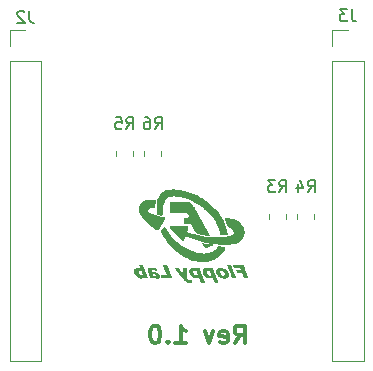
<source format=gbr>
%TF.GenerationSoftware,KiCad,Pcbnew,(6.0.0)*%
%TF.CreationDate,2022-04-08T13:22:10+02:00*%
%TF.ProjectId,STM32G030F6P6,53544d33-3247-4303-9330-463650362e6b,rev?*%
%TF.SameCoordinates,Original*%
%TF.FileFunction,Legend,Bot*%
%TF.FilePolarity,Positive*%
%FSLAX46Y46*%
G04 Gerber Fmt 4.6, Leading zero omitted, Abs format (unit mm)*
G04 Created by KiCad (PCBNEW (6.0.0)) date 2022-04-08 13:22:10*
%MOMM*%
%LPD*%
G01*
G04 APERTURE LIST*
%ADD10C,0.300000*%
%ADD11C,0.150000*%
%ADD12C,0.120000*%
G04 APERTURE END LIST*
D10*
X131377142Y-118534571D02*
X131877142Y-117820285D01*
X132234285Y-118534571D02*
X132234285Y-117034571D01*
X131662857Y-117034571D01*
X131520000Y-117106000D01*
X131448571Y-117177428D01*
X131377142Y-117320285D01*
X131377142Y-117534571D01*
X131448571Y-117677428D01*
X131520000Y-117748857D01*
X131662857Y-117820285D01*
X132234285Y-117820285D01*
X130162857Y-118463142D02*
X130305714Y-118534571D01*
X130591428Y-118534571D01*
X130734285Y-118463142D01*
X130805714Y-118320285D01*
X130805714Y-117748857D01*
X130734285Y-117606000D01*
X130591428Y-117534571D01*
X130305714Y-117534571D01*
X130162857Y-117606000D01*
X130091428Y-117748857D01*
X130091428Y-117891714D01*
X130805714Y-118034571D01*
X129591428Y-117534571D02*
X129234285Y-118534571D01*
X128877142Y-117534571D01*
X126377142Y-118534571D02*
X127234285Y-118534571D01*
X126805714Y-118534571D02*
X126805714Y-117034571D01*
X126948571Y-117248857D01*
X127091428Y-117391714D01*
X127234285Y-117463142D01*
X125734285Y-118391714D02*
X125662857Y-118463142D01*
X125734285Y-118534571D01*
X125805714Y-118463142D01*
X125734285Y-118391714D01*
X125734285Y-118534571D01*
X124734285Y-117034571D02*
X124591428Y-117034571D01*
X124448571Y-117106000D01*
X124377142Y-117177428D01*
X124305714Y-117320285D01*
X124234285Y-117606000D01*
X124234285Y-117963142D01*
X124305714Y-118248857D01*
X124377142Y-118391714D01*
X124448571Y-118463142D01*
X124591428Y-118534571D01*
X124734285Y-118534571D01*
X124877142Y-118463142D01*
X124948571Y-118391714D01*
X125020000Y-118248857D01*
X125091428Y-117963142D01*
X125091428Y-117606000D01*
X125020000Y-117320285D01*
X124948571Y-117177428D01*
X124877142Y-117106000D01*
X124734285Y-117034571D01*
D11*
%TO.C,R3*%
X135167666Y-105735380D02*
X135501000Y-105259190D01*
X135739095Y-105735380D02*
X135739095Y-104735380D01*
X135358142Y-104735380D01*
X135262904Y-104783000D01*
X135215285Y-104830619D01*
X135167666Y-104925857D01*
X135167666Y-105068714D01*
X135215285Y-105163952D01*
X135262904Y-105211571D01*
X135358142Y-105259190D01*
X135739095Y-105259190D01*
X134834333Y-104735380D02*
X134215285Y-104735380D01*
X134548619Y-105116333D01*
X134405761Y-105116333D01*
X134310523Y-105163952D01*
X134262904Y-105211571D01*
X134215285Y-105306809D01*
X134215285Y-105544904D01*
X134262904Y-105640142D01*
X134310523Y-105687761D01*
X134405761Y-105735380D01*
X134691476Y-105735380D01*
X134786714Y-105687761D01*
X134834333Y-105640142D01*
%TO.C,R6*%
X124626666Y-100401380D02*
X124960000Y-99925190D01*
X125198095Y-100401380D02*
X125198095Y-99401380D01*
X124817142Y-99401380D01*
X124721904Y-99449000D01*
X124674285Y-99496619D01*
X124626666Y-99591857D01*
X124626666Y-99734714D01*
X124674285Y-99829952D01*
X124721904Y-99877571D01*
X124817142Y-99925190D01*
X125198095Y-99925190D01*
X123769523Y-99401380D02*
X123960000Y-99401380D01*
X124055238Y-99449000D01*
X124102857Y-99496619D01*
X124198095Y-99639476D01*
X124245714Y-99829952D01*
X124245714Y-100210904D01*
X124198095Y-100306142D01*
X124150476Y-100353761D01*
X124055238Y-100401380D01*
X123864761Y-100401380D01*
X123769523Y-100353761D01*
X123721904Y-100306142D01*
X123674285Y-100210904D01*
X123674285Y-99972809D01*
X123721904Y-99877571D01*
X123769523Y-99829952D01*
X123864761Y-99782333D01*
X124055238Y-99782333D01*
X124150476Y-99829952D01*
X124198095Y-99877571D01*
X124245714Y-99972809D01*
%TO.C,R4*%
X137580666Y-105735380D02*
X137914000Y-105259190D01*
X138152095Y-105735380D02*
X138152095Y-104735380D01*
X137771142Y-104735380D01*
X137675904Y-104783000D01*
X137628285Y-104830619D01*
X137580666Y-104925857D01*
X137580666Y-105068714D01*
X137628285Y-105163952D01*
X137675904Y-105211571D01*
X137771142Y-105259190D01*
X138152095Y-105259190D01*
X136723523Y-105068714D02*
X136723523Y-105735380D01*
X136961619Y-104687761D02*
X137199714Y-105402047D01*
X136580666Y-105402047D01*
%TO.C,J2*%
X113998333Y-90384380D02*
X113998333Y-91098666D01*
X114045952Y-91241523D01*
X114141190Y-91336761D01*
X114284047Y-91384380D01*
X114379285Y-91384380D01*
X113569761Y-90479619D02*
X113522142Y-90432000D01*
X113426904Y-90384380D01*
X113188809Y-90384380D01*
X113093571Y-90432000D01*
X113045952Y-90479619D01*
X112998333Y-90574857D01*
X112998333Y-90670095D01*
X113045952Y-90812952D01*
X113617380Y-91384380D01*
X112998333Y-91384380D01*
%TO.C,R5*%
X122213666Y-100401380D02*
X122547000Y-99925190D01*
X122785095Y-100401380D02*
X122785095Y-99401380D01*
X122404142Y-99401380D01*
X122308904Y-99449000D01*
X122261285Y-99496619D01*
X122213666Y-99591857D01*
X122213666Y-99734714D01*
X122261285Y-99829952D01*
X122308904Y-99877571D01*
X122404142Y-99925190D01*
X122785095Y-99925190D01*
X121308904Y-99401380D02*
X121785095Y-99401380D01*
X121832714Y-99877571D01*
X121785095Y-99829952D01*
X121689857Y-99782333D01*
X121451761Y-99782333D01*
X121356523Y-99829952D01*
X121308904Y-99877571D01*
X121261285Y-99972809D01*
X121261285Y-100210904D01*
X121308904Y-100306142D01*
X121356523Y-100353761D01*
X121451761Y-100401380D01*
X121689857Y-100401380D01*
X121785095Y-100353761D01*
X121832714Y-100306142D01*
%TO.C,J3*%
X141303333Y-90257380D02*
X141303333Y-90971666D01*
X141350952Y-91114523D01*
X141446190Y-91209761D01*
X141589047Y-91257380D01*
X141684285Y-91257380D01*
X140922380Y-90257380D02*
X140303333Y-90257380D01*
X140636666Y-90638333D01*
X140493809Y-90638333D01*
X140398571Y-90685952D01*
X140350952Y-90733571D01*
X140303333Y-90828809D01*
X140303333Y-91066904D01*
X140350952Y-91162142D01*
X140398571Y-91209761D01*
X140493809Y-91257380D01*
X140779523Y-91257380D01*
X140874761Y-91209761D01*
X140922380Y-91162142D01*
%TO.C,G\u002A\u002A\u002A*%
G36*
X124462852Y-106405829D02*
G01*
X124551864Y-106410351D01*
X124622054Y-106416991D01*
X124670691Y-106425604D01*
X124695046Y-106436044D01*
X124703907Y-106452343D01*
X124707105Y-106485606D01*
X124703167Y-106539592D01*
X124701247Y-106557801D01*
X124696036Y-106612169D01*
X124689699Y-106682956D01*
X124682864Y-106763031D01*
X124676163Y-106845260D01*
X124668853Y-106930173D01*
X124661629Y-106995990D01*
X124654318Y-107041349D01*
X124646370Y-107069622D01*
X124637235Y-107084182D01*
X124637204Y-107084209D01*
X124617658Y-107093268D01*
X124580298Y-107100000D01*
X124522049Y-107104777D01*
X124439837Y-107107967D01*
X124398600Y-107109164D01*
X124335295Y-107112004D01*
X124289080Y-107116438D01*
X124253364Y-107123573D01*
X124221554Y-107134515D01*
X124187058Y-107150369D01*
X124179641Y-107154056D01*
X124133972Y-107180743D01*
X124104126Y-107209371D01*
X124081067Y-107248290D01*
X124073294Y-107265714D01*
X124059558Y-107325281D01*
X124070931Y-107378123D01*
X124108016Y-107428270D01*
X124114663Y-107434154D01*
X124154299Y-107459086D01*
X124216555Y-107489343D01*
X124298590Y-107523960D01*
X124397560Y-107561971D01*
X124510624Y-107602411D01*
X124634939Y-107644313D01*
X124767663Y-107686714D01*
X124905953Y-107728646D01*
X125046967Y-107769144D01*
X125187863Y-107807243D01*
X125325798Y-107841977D01*
X125369584Y-107853309D01*
X125424143Y-107869734D01*
X125465385Y-107884913D01*
X125486741Y-107896618D01*
X125487456Y-107897340D01*
X125503322Y-107920760D01*
X125507971Y-107949995D01*
X125500399Y-107988211D01*
X125479603Y-108038579D01*
X125444580Y-108104265D01*
X125394327Y-108188438D01*
X125356476Y-108249997D01*
X125303757Y-108335978D01*
X125245862Y-108430599D01*
X125187541Y-108526096D01*
X125133544Y-108614703D01*
X125123317Y-108631484D01*
X125077229Y-108706506D01*
X125034380Y-108775346D01*
X124997451Y-108833751D01*
X124969125Y-108877474D01*
X124952082Y-108902263D01*
X124935734Y-108921201D01*
X124903930Y-108942910D01*
X124865900Y-108948545D01*
X124818153Y-108937617D01*
X124757200Y-108909638D01*
X124679551Y-108864119D01*
X124538339Y-108771763D01*
X124369507Y-108650754D01*
X124204915Y-108521697D01*
X124047088Y-108387056D01*
X123898548Y-108249291D01*
X123761819Y-108110865D01*
X123639425Y-107974239D01*
X123533889Y-107841877D01*
X123447736Y-107716238D01*
X123383489Y-107599786D01*
X123354075Y-107534361D01*
X123317130Y-107434102D01*
X123294892Y-107339412D01*
X123285441Y-107240940D01*
X123286856Y-107129339D01*
X123293842Y-107044903D01*
X123318662Y-106912768D01*
X123360930Y-106796930D01*
X123422293Y-106693364D01*
X123504400Y-106598049D01*
X123535657Y-106568188D01*
X123593160Y-106520984D01*
X123652981Y-106483883D01*
X123719223Y-106455628D01*
X123795992Y-106434956D01*
X123887392Y-106420609D01*
X123997528Y-106411327D01*
X124130504Y-106405849D01*
X124239284Y-106403725D01*
X124357749Y-106403572D01*
X124462852Y-106405829D01*
G37*
G36*
X126314650Y-105517057D02*
G01*
X126419959Y-105521934D01*
X126514109Y-105529439D01*
X126591462Y-105539573D01*
X126793462Y-105577367D01*
X127189153Y-105671299D01*
X127578037Y-105790629D01*
X127961760Y-105935893D01*
X128341966Y-106107622D01*
X128351618Y-106112349D01*
X128662960Y-106279062D01*
X128957638Y-106464838D01*
X129234710Y-106668674D01*
X129493234Y-106889566D01*
X129732270Y-107126511D01*
X129950877Y-107378506D01*
X130148112Y-107644547D01*
X130323035Y-107923632D01*
X130474704Y-108214755D01*
X130602178Y-108516915D01*
X130608202Y-108533149D01*
X130645337Y-108639695D01*
X130679725Y-108749044D01*
X130710701Y-108858038D01*
X130737604Y-108963519D01*
X130759769Y-109062328D01*
X130776533Y-109151307D01*
X130787231Y-109227298D01*
X130791202Y-109287142D01*
X130787781Y-109327681D01*
X130776305Y-109345757D01*
X130773063Y-109346559D01*
X130746759Y-109349982D01*
X130700521Y-109354288D01*
X130639774Y-109359006D01*
X130569938Y-109363667D01*
X130512691Y-109367188D01*
X130423612Y-109372461D01*
X130356235Y-109375800D01*
X130307093Y-109377023D01*
X130272714Y-109375947D01*
X130249629Y-109372393D01*
X130234368Y-109366179D01*
X130223461Y-109357123D01*
X130213438Y-109345045D01*
X130208924Y-109338697D01*
X130189819Y-109299037D01*
X130177435Y-109253703D01*
X130176114Y-109245737D01*
X130160359Y-109171381D01*
X130136362Y-109079789D01*
X130106212Y-108977751D01*
X130072004Y-108872060D01*
X130035827Y-108769505D01*
X129999773Y-108676879D01*
X129977928Y-108625803D01*
X129918334Y-108499005D01*
X129849576Y-108366699D01*
X129774739Y-108234034D01*
X129696908Y-108106162D01*
X129619169Y-107988235D01*
X129544606Y-107885404D01*
X129476305Y-107802821D01*
X129466027Y-107790961D01*
X129438590Y-107757204D01*
X129408644Y-107718481D01*
X129387791Y-107692890D01*
X129342669Y-107642932D01*
X129283258Y-107581009D01*
X129213165Y-107510590D01*
X129135995Y-107435144D01*
X129055351Y-107358142D01*
X128974840Y-107283052D01*
X128898066Y-107213346D01*
X128828635Y-107152492D01*
X128770151Y-107103960D01*
X128644896Y-107007402D01*
X128351953Y-106804574D01*
X128050493Y-106627091D01*
X127740910Y-106475135D01*
X127423600Y-106348892D01*
X127098959Y-106248543D01*
X126767381Y-106174274D01*
X126573980Y-106142199D01*
X126397697Y-106120421D01*
X126241946Y-106110062D01*
X126104648Y-106111236D01*
X125983719Y-106124059D01*
X125877079Y-106148647D01*
X125782644Y-106185116D01*
X125698334Y-106233580D01*
X125694728Y-106236061D01*
X125602879Y-106315751D01*
X125521180Y-106420077D01*
X125450022Y-106548447D01*
X125389796Y-106700269D01*
X125382208Y-106723208D01*
X125347452Y-106837938D01*
X125321538Y-106945070D01*
X125303505Y-107051474D01*
X125292394Y-107164024D01*
X125287244Y-107289591D01*
X125287094Y-107435047D01*
X125287346Y-107454710D01*
X125288278Y-107547448D01*
X125287721Y-107616874D01*
X125284685Y-107666162D01*
X125278178Y-107698485D01*
X125267211Y-107717015D01*
X125250793Y-107724925D01*
X125227934Y-107725389D01*
X125197642Y-107721579D01*
X125187548Y-107720124D01*
X125102344Y-107706554D01*
X125019599Y-107691303D01*
X124944182Y-107675457D01*
X124880962Y-107660103D01*
X124834808Y-107646328D01*
X124810589Y-107635217D01*
X124802713Y-107627755D01*
X124794881Y-107615012D01*
X124789049Y-107594975D01*
X124784709Y-107563692D01*
X124781353Y-107517208D01*
X124778471Y-107451572D01*
X124775555Y-107362829D01*
X124774160Y-107285774D01*
X124775408Y-107151809D01*
X124780611Y-107012296D01*
X124789326Y-106873747D01*
X124801113Y-106742673D01*
X124815529Y-106625584D01*
X124832133Y-106528993D01*
X124846980Y-106462867D01*
X124901364Y-106279393D01*
X124971294Y-106117537D01*
X125057799Y-105976218D01*
X125161907Y-105854359D01*
X125284647Y-105750881D01*
X125427046Y-105664704D01*
X125590133Y-105594750D01*
X125774937Y-105539940D01*
X125818074Y-105531985D01*
X125894599Y-105523766D01*
X125988157Y-105518161D01*
X126093111Y-105515173D01*
X126203821Y-105514804D01*
X126314650Y-105517057D01*
G37*
G36*
X126703103Y-106586645D02*
G01*
X126824736Y-106587785D01*
X126965552Y-106589483D01*
X127097582Y-106591477D01*
X127218214Y-106593707D01*
X127324836Y-106596114D01*
X127414839Y-106598638D01*
X127485610Y-106601218D01*
X127534540Y-106603795D01*
X127559016Y-106606308D01*
X127578847Y-106610914D01*
X127653875Y-106635687D01*
X127720527Y-106671983D01*
X127781888Y-106722725D01*
X127841043Y-106790833D01*
X127901077Y-106879230D01*
X127965073Y-106990835D01*
X127990661Y-107037935D01*
X128028526Y-107107019D01*
X128069824Y-107181876D01*
X128109259Y-107252880D01*
X128115323Y-107263764D01*
X128146498Y-107320109D01*
X128171817Y-107366513D01*
X128188817Y-107398424D01*
X128195031Y-107411289D01*
X128198424Y-107418951D01*
X128212296Y-107444477D01*
X128233220Y-107480783D01*
X128238641Y-107490061D01*
X128265739Y-107537549D01*
X128298215Y-107595668D01*
X128330186Y-107653915D01*
X128331085Y-107655571D01*
X128353949Y-107697352D01*
X128387485Y-107758250D01*
X128429322Y-107833977D01*
X128477088Y-107920244D01*
X128528411Y-108012763D01*
X128580918Y-108107244D01*
X128586655Y-108117559D01*
X128638072Y-108210039D01*
X128687204Y-108298488D01*
X128731875Y-108378982D01*
X128769910Y-108447600D01*
X128799132Y-108500416D01*
X128817365Y-108533510D01*
X128840043Y-108574820D01*
X128868924Y-108627256D01*
X128891924Y-108668832D01*
X128903677Y-108690006D01*
X128931728Y-108740628D01*
X128959386Y-108790622D01*
X128974119Y-108817129D01*
X129000091Y-108863274D01*
X129020514Y-108898880D01*
X129036362Y-108926643D01*
X129061589Y-108971909D01*
X129088301Y-109020670D01*
X129106955Y-109054890D01*
X129138881Y-109113114D01*
X129175410Y-109179462D01*
X129211746Y-109245215D01*
X129241048Y-109298756D01*
X129267985Y-109351098D01*
X129283446Y-109387681D01*
X129288755Y-109412753D01*
X129285240Y-109430565D01*
X129274227Y-109445363D01*
X129271478Y-109447541D01*
X129241888Y-109454307D01*
X129186670Y-109453666D01*
X129106148Y-109445657D01*
X129000649Y-109430320D01*
X128870499Y-109407694D01*
X128716022Y-109377819D01*
X128632048Y-109360360D01*
X128498224Y-109329029D01*
X128386638Y-109296909D01*
X128294213Y-109262322D01*
X128217871Y-109223588D01*
X128154534Y-109179028D01*
X128101125Y-109126964D01*
X128054566Y-109065716D01*
X128011780Y-108993606D01*
X127969276Y-108914816D01*
X127919687Y-108824284D01*
X127874068Y-108742842D01*
X127872684Y-108740391D01*
X127852119Y-108702841D01*
X127825185Y-108652344D01*
X127797332Y-108599110D01*
X127792525Y-108589931D01*
X127765876Y-108542489D01*
X127741584Y-108504266D01*
X127724391Y-108482821D01*
X127723382Y-108481989D01*
X127708871Y-108474983D01*
X127683037Y-108469236D01*
X127642732Y-108464458D01*
X127584807Y-108460354D01*
X127506116Y-108456633D01*
X127403508Y-108453002D01*
X127363928Y-108451721D01*
X127281200Y-108448901D01*
X127209949Y-108446280D01*
X127154069Y-108444012D01*
X127117453Y-108442251D01*
X127103995Y-108441152D01*
X127103143Y-108427738D01*
X127101910Y-108391493D01*
X127100417Y-108336685D01*
X127098781Y-108267578D01*
X127097116Y-108188438D01*
X127092154Y-107938092D01*
X127241009Y-107927913D01*
X127290356Y-107923814D01*
X127348937Y-107916972D01*
X127394555Y-107909367D01*
X127420176Y-107902017D01*
X127424052Y-107899740D01*
X127451356Y-107871872D01*
X127477513Y-107829205D01*
X127497148Y-107781988D01*
X127504887Y-107740469D01*
X127497931Y-107699312D01*
X127472590Y-107643443D01*
X127434511Y-107592404D01*
X127389863Y-107556084D01*
X127382666Y-107552097D01*
X127370525Y-107546056D01*
X127356780Y-107541019D01*
X127339117Y-107536892D01*
X127315221Y-107533585D01*
X127282777Y-107531005D01*
X127239471Y-107529060D01*
X127182988Y-107527658D01*
X127111013Y-107526707D01*
X127021233Y-107526117D01*
X126911332Y-107525793D01*
X126778995Y-107525645D01*
X126621909Y-107525581D01*
X125908084Y-107525358D01*
X125908084Y-106580156D01*
X126703103Y-106586645D01*
G37*
G36*
X130767446Y-107948008D02*
G01*
X130874768Y-107958374D01*
X130887650Y-107959916D01*
X131118240Y-107996412D01*
X131326210Y-108047238D01*
X131512053Y-108112675D01*
X131676263Y-108193004D01*
X131819334Y-108288503D01*
X131941760Y-108399454D01*
X132044034Y-108526137D01*
X132126650Y-108668832D01*
X132141900Y-108701436D01*
X132185139Y-108813651D01*
X132212183Y-108925817D01*
X132224579Y-109046107D01*
X132223873Y-109182697D01*
X132223561Y-109189205D01*
X132206725Y-109342070D01*
X132171109Y-109479050D01*
X132114670Y-109604737D01*
X132035365Y-109723722D01*
X131931152Y-109840595D01*
X131925541Y-109846183D01*
X131850826Y-109915486D01*
X131775843Y-109974086D01*
X131697246Y-110023170D01*
X131611688Y-110063927D01*
X131515823Y-110097544D01*
X131406305Y-110125207D01*
X131279789Y-110148104D01*
X131132926Y-110167423D01*
X130962373Y-110184351D01*
X130787986Y-110196380D01*
X130480645Y-110203235D01*
X130160297Y-110193473D01*
X129832020Y-110167300D01*
X129500892Y-110124922D01*
X129386913Y-110106016D01*
X129172766Y-110063640D01*
X128940993Y-110010057D01*
X128695476Y-109946392D01*
X128440100Y-109873768D01*
X128178746Y-109793309D01*
X127915299Y-109706139D01*
X127653641Y-109613383D01*
X127397655Y-109516163D01*
X127347238Y-109496618D01*
X127299557Y-109478788D01*
X127266698Y-109467276D01*
X127253813Y-109463952D01*
X127249011Y-109473254D01*
X127234153Y-109503467D01*
X127211185Y-109550717D01*
X127182045Y-109611013D01*
X127148671Y-109680366D01*
X127117954Y-109743689D01*
X127086560Y-109805903D01*
X127062756Y-109848885D01*
X127044633Y-109875741D01*
X127030285Y-109889577D01*
X127017806Y-109893499D01*
X127016710Y-109893489D01*
X127008431Y-109892437D01*
X126998643Y-109888579D01*
X126985793Y-109880379D01*
X126968331Y-109866303D01*
X126944706Y-109844817D01*
X126913365Y-109814386D01*
X126872759Y-109773476D01*
X126821334Y-109720553D01*
X126757542Y-109654083D01*
X126679829Y-109572530D01*
X126586644Y-109474361D01*
X126476438Y-109358042D01*
X126409527Y-109287413D01*
X126324920Y-109198175D01*
X126243217Y-109112068D01*
X126167555Y-109032400D01*
X126101075Y-108962476D01*
X126046916Y-108905600D01*
X126008218Y-108865079D01*
X126000740Y-108857243D01*
X125954742Y-108807788D01*
X125916156Y-108764226D01*
X125888837Y-108731025D01*
X125876642Y-108712651D01*
X125875109Y-108687871D01*
X125884204Y-108653715D01*
X125900194Y-108618620D01*
X126666632Y-108623428D01*
X126807974Y-108624306D01*
X126955432Y-108625308D01*
X127079512Y-108626442D01*
X127182229Y-108627915D01*
X127265599Y-108629937D01*
X127331636Y-108632714D01*
X127382357Y-108636455D01*
X127419777Y-108641367D01*
X127445910Y-108647658D01*
X127462773Y-108655535D01*
X127472380Y-108665207D01*
X127476748Y-108676882D01*
X127477890Y-108690767D01*
X127477823Y-108707070D01*
X127474914Y-108732590D01*
X127463032Y-108786498D01*
X127442379Y-108862993D01*
X127413377Y-108960538D01*
X127376445Y-109077594D01*
X127372808Y-109089039D01*
X127365052Y-109119454D01*
X127367522Y-109134244D01*
X127380736Y-109141096D01*
X127556616Y-109191194D01*
X127945389Y-109294617D01*
X128313332Y-109381858D01*
X128660981Y-109453001D01*
X128988875Y-109508130D01*
X129297551Y-109547330D01*
X129587548Y-109570685D01*
X129859403Y-109578280D01*
X130113654Y-109570199D01*
X130124599Y-109569485D01*
X130316469Y-109554552D01*
X130489298Y-109535875D01*
X130650586Y-109512371D01*
X130807830Y-109482955D01*
X130968529Y-109446541D01*
X131046449Y-109427062D01*
X131104506Y-109410945D01*
X131146666Y-109396368D01*
X131178236Y-109381184D01*
X131204526Y-109363247D01*
X131230842Y-109340407D01*
X131268691Y-109298380D01*
X131301094Y-109232963D01*
X131311311Y-109154896D01*
X131308049Y-109110629D01*
X131282092Y-109025818D01*
X131231084Y-108947632D01*
X131156061Y-108877157D01*
X131058056Y-108815475D01*
X130938103Y-108763672D01*
X130917635Y-108755168D01*
X130875308Y-108730494D01*
X130846288Y-108704122D01*
X130839313Y-108693298D01*
X130819464Y-108656444D01*
X130792842Y-108602222D01*
X130761272Y-108534819D01*
X130726579Y-108458425D01*
X130690589Y-108377225D01*
X130655127Y-108295408D01*
X130622020Y-108217161D01*
X130593092Y-108146672D01*
X130570169Y-108088128D01*
X130555076Y-108045718D01*
X130549640Y-108023628D01*
X130549655Y-108021827D01*
X130557523Y-107988941D01*
X130581190Y-107965526D01*
X130622703Y-107951173D01*
X130684106Y-107945470D01*
X130767446Y-107948008D01*
G37*
G36*
X128746549Y-110054745D02*
G01*
X128791512Y-110067204D01*
X128919296Y-110100773D01*
X129029226Y-110126113D01*
X129127000Y-110144173D01*
X129218315Y-110155900D01*
X129308870Y-110162241D01*
X129404363Y-110164144D01*
X129474031Y-110165011D01*
X129526113Y-110168118D01*
X129558174Y-110173865D01*
X129573829Y-110182647D01*
X129578954Y-110189993D01*
X129580313Y-110203880D01*
X129566641Y-110218731D01*
X129534535Y-110237482D01*
X129480593Y-110263069D01*
X129469759Y-110267932D01*
X129427644Y-110286431D01*
X129369304Y-110311730D01*
X129300604Y-110341320D01*
X129227407Y-110372690D01*
X129155581Y-110403330D01*
X129090988Y-110430730D01*
X129039494Y-110452381D01*
X129006965Y-110465771D01*
X128982354Y-110470569D01*
X128946070Y-110471248D01*
X128940493Y-110470665D01*
X128923005Y-110465151D01*
X128904278Y-110452033D01*
X128882267Y-110428670D01*
X128854927Y-110392420D01*
X128820214Y-110340642D01*
X128776080Y-110270695D01*
X128720483Y-110179938D01*
X128697818Y-110141615D01*
X128672505Y-110092276D01*
X128664274Y-110061072D01*
X128673572Y-110045851D01*
X128700847Y-110044460D01*
X128746549Y-110054745D01*
G37*
G36*
X125487509Y-108676086D02*
G01*
X125504548Y-108683192D01*
X125522591Y-108702104D01*
X125545101Y-108737070D01*
X125575538Y-108792340D01*
X125682400Y-108981516D01*
X125843347Y-109227511D01*
X126020515Y-109455387D01*
X126216985Y-109669012D01*
X126435841Y-109872259D01*
X126526434Y-109948509D01*
X126745998Y-110119063D01*
X126970894Y-110274947D01*
X127193646Y-110410848D01*
X127202324Y-110415803D01*
X127234650Y-110434948D01*
X127254541Y-110447797D01*
X127255379Y-110448398D01*
X127275316Y-110460539D01*
X127311252Y-110480957D01*
X127356033Y-110505580D01*
X127423563Y-110541698D01*
X127643327Y-110651895D01*
X127849134Y-110742765D01*
X128043879Y-110815192D01*
X128230458Y-110870063D01*
X128411766Y-110908264D01*
X128590699Y-110930680D01*
X128770151Y-110938197D01*
X128795390Y-110938117D01*
X128994858Y-110927083D01*
X129177323Y-110896992D01*
X129345503Y-110847059D01*
X129502118Y-110776500D01*
X129649887Y-110684530D01*
X129667923Y-110671221D01*
X129742204Y-110608723D01*
X129816588Y-110535656D01*
X129883259Y-110460107D01*
X129934401Y-110390162D01*
X129951437Y-110364825D01*
X129974954Y-110334822D01*
X129990952Y-110320524D01*
X129991989Y-110320232D01*
X130014043Y-110319675D01*
X130056581Y-110321984D01*
X130113935Y-110326766D01*
X130180437Y-110333630D01*
X130247293Y-110340349D01*
X130330600Y-110347001D01*
X130408457Y-110351571D01*
X130470172Y-110353331D01*
X130488353Y-110353437D01*
X130546099Y-110355842D01*
X130585643Y-110363735D01*
X130607919Y-110380193D01*
X130613863Y-110408295D01*
X130604410Y-110451120D01*
X130580494Y-110511745D01*
X130543052Y-110593248D01*
X130537386Y-110605116D01*
X130439591Y-110779177D01*
X130319834Y-110944225D01*
X130181663Y-111096715D01*
X130028624Y-111233104D01*
X129864264Y-111349848D01*
X129692131Y-111443404D01*
X129669978Y-111453411D01*
X129540919Y-111504739D01*
X129397353Y-111552088D01*
X129248632Y-111592846D01*
X129104109Y-111624403D01*
X128973135Y-111644147D01*
X128950621Y-111645965D01*
X128888997Y-111648174D01*
X128809502Y-111648678D01*
X128717753Y-111647660D01*
X128619366Y-111645301D01*
X128519959Y-111641785D01*
X128425147Y-111637295D01*
X128340549Y-111632012D01*
X128271780Y-111626121D01*
X128224458Y-111619802D01*
X128161725Y-111607608D01*
X127885021Y-111540816D01*
X127619476Y-111454213D01*
X127360968Y-111346118D01*
X127105375Y-111214851D01*
X126848574Y-111058730D01*
X126833421Y-111048786D01*
X126791549Y-111020844D01*
X126760841Y-110999655D01*
X126747082Y-110989184D01*
X126744130Y-110986447D01*
X126723854Y-110970887D01*
X126692953Y-110949012D01*
X126640568Y-110911425D01*
X126535209Y-110828368D01*
X126420267Y-110729748D01*
X126299677Y-110619498D01*
X126177373Y-110501554D01*
X126057290Y-110379848D01*
X125943363Y-110258315D01*
X125839527Y-110140890D01*
X125749716Y-110031505D01*
X125677865Y-109934096D01*
X125670024Y-109922739D01*
X125649706Y-109894506D01*
X125637943Y-109879967D01*
X125634652Y-109876079D01*
X125618344Y-109853904D01*
X125592562Y-109817299D01*
X125561167Y-109771709D01*
X125534805Y-109732431D01*
X125476705Y-109641927D01*
X125418502Y-109546458D01*
X125362048Y-109449484D01*
X125309196Y-109354464D01*
X125261798Y-109264858D01*
X125221708Y-109184127D01*
X125190778Y-109115728D01*
X125170862Y-109063122D01*
X125163811Y-109029769D01*
X125166780Y-109012517D01*
X125185709Y-108970950D01*
X125218618Y-108920068D01*
X125261413Y-108864450D01*
X125310001Y-108808675D01*
X125360288Y-108757323D01*
X125408181Y-108714973D01*
X125449586Y-108686205D01*
X125480409Y-108675598D01*
X125487509Y-108676086D01*
G37*
G36*
X125500554Y-111880049D02*
G01*
X125688486Y-111884127D01*
X125739714Y-112028904D01*
X125765957Y-112101053D01*
X125802478Y-112197942D01*
X125845123Y-112308503D01*
X125891576Y-112426886D01*
X125939524Y-112547242D01*
X125986651Y-112663719D01*
X126030643Y-112770469D01*
X126069185Y-112861641D01*
X126073468Y-112871604D01*
X126098737Y-112930847D01*
X126119280Y-112979792D01*
X126133083Y-113013595D01*
X126138132Y-113027411D01*
X126131683Y-113028350D01*
X126101602Y-113029602D01*
X126049797Y-113030713D01*
X125979411Y-113031645D01*
X125893584Y-113032359D01*
X125795460Y-113032816D01*
X125688180Y-113032977D01*
X125238227Y-113032977D01*
X125192669Y-112921336D01*
X125183736Y-112899432D01*
X125163687Y-112850178D01*
X125148347Y-112812357D01*
X125140481Y-112792780D01*
X125141405Y-112788429D01*
X125154116Y-112783410D01*
X125182802Y-112779830D01*
X125230233Y-112777503D01*
X125299180Y-112776243D01*
X125392411Y-112775865D01*
X125469209Y-112775377D01*
X125543849Y-112773714D01*
X125601192Y-112771026D01*
X125637984Y-112767470D01*
X125650972Y-112763206D01*
X125650787Y-112762039D01*
X125644265Y-112742020D01*
X125629469Y-112701282D01*
X125607837Y-112643542D01*
X125580808Y-112572515D01*
X125549821Y-112491918D01*
X125516316Y-112405466D01*
X125481732Y-112316875D01*
X125447507Y-112229862D01*
X125415081Y-112148141D01*
X125385893Y-112075429D01*
X125361382Y-112015442D01*
X125349653Y-111986800D01*
X125330647Y-111938774D01*
X125317537Y-111903428D01*
X125312644Y-111886886D01*
X125314096Y-111885561D01*
X125334693Y-111882250D01*
X125375872Y-111880109D01*
X125432778Y-111879317D01*
X125500554Y-111880049D01*
G37*
G36*
X130916872Y-111885731D02*
G01*
X131093779Y-111889503D01*
X131141273Y-112018060D01*
X131154972Y-112054809D01*
X131181935Y-112126052D01*
X131214446Y-112211025D01*
X131250981Y-112305826D01*
X131290019Y-112406557D01*
X131330035Y-112509318D01*
X131369505Y-112610207D01*
X131406906Y-112705325D01*
X131440715Y-112790772D01*
X131469408Y-112862647D01*
X131491462Y-112917052D01*
X131505352Y-112950084D01*
X131519433Y-112982464D01*
X131532464Y-113013795D01*
X131537493Y-113027895D01*
X131537107Y-113028233D01*
X131520327Y-113030088D01*
X131482387Y-113031595D01*
X131428337Y-113032607D01*
X131363223Y-113032977D01*
X131188954Y-113032977D01*
X131158069Y-112948401D01*
X131157220Y-112946077D01*
X131138253Y-112895143D01*
X131111869Y-112825514D01*
X131079622Y-112741187D01*
X131043065Y-112646161D01*
X131003751Y-112544433D01*
X130963235Y-112440000D01*
X130923070Y-112336860D01*
X130884809Y-112239010D01*
X130850006Y-112150447D01*
X130820215Y-112075168D01*
X130796989Y-112017172D01*
X130781882Y-111980456D01*
X130739965Y-111881958D01*
X130916872Y-111885731D01*
G37*
G36*
X132194150Y-112028209D02*
G01*
X132196314Y-112034334D01*
X132224635Y-112113000D01*
X132258608Y-112205149D01*
X132296565Y-112306462D01*
X132336842Y-112412618D01*
X132377772Y-112519296D01*
X132417690Y-112622177D01*
X132454928Y-112716938D01*
X132487822Y-112799261D01*
X132514704Y-112864824D01*
X132533910Y-112909306D01*
X132540110Y-112923021D01*
X132560162Y-112969092D01*
X132574192Y-113004025D01*
X132579474Y-113021134D01*
X132578091Y-113022572D01*
X132557675Y-113026662D01*
X132516637Y-113029965D01*
X132459848Y-113032173D01*
X132392176Y-113032977D01*
X132204878Y-113032977D01*
X132124938Y-112810319D01*
X132122969Y-112804838D01*
X132093538Y-112724173D01*
X132070832Y-112665461D01*
X132053142Y-112625177D01*
X132038760Y-112599797D01*
X132025977Y-112585796D01*
X132013083Y-112579651D01*
X132008440Y-112578787D01*
X131976924Y-112576226D01*
X131926010Y-112574455D01*
X131861646Y-112573627D01*
X131789777Y-112573895D01*
X131598388Y-112576150D01*
X131550210Y-112456109D01*
X131502033Y-112336067D01*
X131721243Y-112329301D01*
X131940454Y-112322535D01*
X131902826Y-112227809D01*
X131865198Y-112133084D01*
X131603976Y-112132540D01*
X131342755Y-112131997D01*
X131241737Y-111882737D01*
X132142866Y-111882737D01*
X132194150Y-112028209D01*
G37*
G36*
X124077153Y-113016062D02*
G01*
X124077480Y-113019635D01*
X124067674Y-113025999D01*
X124040541Y-113030110D01*
X123992842Y-113032319D01*
X123921343Y-113032977D01*
X123758558Y-113032977D01*
X123726532Y-112935937D01*
X123690750Y-112978335D01*
X123685776Y-112983865D01*
X123645741Y-113016456D01*
X123600838Y-113039793D01*
X123577828Y-113046907D01*
X123484607Y-113057877D01*
X123382649Y-113043326D01*
X123272121Y-113003274D01*
X123233401Y-112980905D01*
X123173821Y-112934698D01*
X123111009Y-112875555D01*
X123050809Y-112809539D01*
X122999064Y-112742713D01*
X122961617Y-112681139D01*
X122954352Y-112666289D01*
X122908469Y-112553002D01*
X122890923Y-112476654D01*
X123252445Y-112476654D01*
X123253208Y-112532214D01*
X123269115Y-112593586D01*
X123297755Y-112655337D01*
X123336715Y-112712034D01*
X123383584Y-112758245D01*
X123435949Y-112788536D01*
X123469265Y-112797987D01*
X123507609Y-112802929D01*
X123531771Y-112797649D01*
X123567780Y-112774790D01*
X123596118Y-112741795D01*
X123607604Y-112707432D01*
X123603593Y-112679237D01*
X123591806Y-112633762D01*
X123574706Y-112579474D01*
X123554782Y-112523358D01*
X123534524Y-112472397D01*
X123516422Y-112433576D01*
X123502965Y-112413877D01*
X123483513Y-112406178D01*
X123442449Y-112399489D01*
X123390600Y-112396962D01*
X123363081Y-112397273D01*
X123321003Y-112400679D01*
X123294209Y-112409423D01*
X123274779Y-112425453D01*
X123269237Y-112432340D01*
X123252445Y-112476654D01*
X122890923Y-112476654D01*
X122885225Y-112451860D01*
X122884547Y-112363506D01*
X122906363Y-112288586D01*
X122950603Y-112227742D01*
X123017195Y-112181620D01*
X123051156Y-112166567D01*
X123089819Y-112155748D01*
X123136467Y-112150617D01*
X123200588Y-112149514D01*
X123217305Y-112149682D01*
X123276506Y-112151598D01*
X123327803Y-112155111D01*
X123361616Y-112159619D01*
X123405117Y-112169173D01*
X123376951Y-112097000D01*
X123366210Y-112070101D01*
X123340530Y-112008575D01*
X123315614Y-111951721D01*
X123301137Y-111918682D01*
X123289213Y-111888542D01*
X123286019Y-111875849D01*
X123286528Y-111875700D01*
X123304178Y-111875458D01*
X123342889Y-111876416D01*
X123397464Y-111878414D01*
X123462707Y-111881292D01*
X123635818Y-111889503D01*
X123748354Y-112187212D01*
X123771386Y-112247819D01*
X123840819Y-112427444D01*
X123917055Y-112620729D01*
X123951861Y-112707432D01*
X123996897Y-112819620D01*
X124077153Y-113016062D01*
G37*
G36*
X124377599Y-112151460D02*
G01*
X124505699Y-112161718D01*
X124644023Y-112181649D01*
X124731980Y-112196966D01*
X124786553Y-112305507D01*
X124806231Y-112343903D01*
X124822845Y-112377993D01*
X124827745Y-112398031D01*
X124817981Y-112405700D01*
X124790600Y-112402687D01*
X124742649Y-112390675D01*
X124671179Y-112371350D01*
X124638812Y-112363212D01*
X124554395Y-112347019D01*
X124482941Y-112340762D01*
X124427009Y-112344118D01*
X124389157Y-112356760D01*
X124371945Y-112378364D01*
X124377931Y-112408605D01*
X124386526Y-112422509D01*
X124402563Y-112438762D01*
X124427144Y-112452501D01*
X124464795Y-112465545D01*
X124520039Y-112479713D01*
X124597401Y-112496823D01*
X124666393Y-112512330D01*
X124765748Y-112538847D01*
X124845611Y-112566876D01*
X124910742Y-112598197D01*
X124965900Y-112634589D01*
X125023504Y-112688528D01*
X125069905Y-112754988D01*
X125097802Y-112824902D01*
X125105230Y-112893214D01*
X125090225Y-112954865D01*
X125062949Y-112996033D01*
X125021080Y-113025891D01*
X124959191Y-113046476D01*
X124950996Y-113048257D01*
X124886365Y-113055724D01*
X124814609Y-113055784D01*
X124752175Y-113048291D01*
X124743234Y-113045749D01*
X124717401Y-113030182D01*
X124689080Y-112999073D01*
X124653845Y-112947905D01*
X124595016Y-112856067D01*
X124660505Y-112864755D01*
X124692521Y-112867872D01*
X124725825Y-112865068D01*
X124747481Y-112851956D01*
X124760875Y-112828345D01*
X124757730Y-112792395D01*
X124732552Y-112757170D01*
X124727165Y-112753430D01*
X124699900Y-112740160D01*
X124658100Y-112723059D01*
X124608369Y-112704459D01*
X124557311Y-112686692D01*
X124511527Y-112672089D01*
X124477622Y-112662982D01*
X124462199Y-112661704D01*
X124462402Y-112664747D01*
X124469486Y-112687660D01*
X124484413Y-112729135D01*
X124505530Y-112784665D01*
X124531185Y-112849744D01*
X124604872Y-113033755D01*
X124436251Y-113029983D01*
X124267629Y-113026211D01*
X124249549Y-112978848D01*
X124245595Y-112968604D01*
X124231103Y-112931489D01*
X124209186Y-112875652D01*
X124181533Y-112805378D01*
X124149827Y-112724954D01*
X124115754Y-112638665D01*
X124097807Y-112592762D01*
X124066442Y-112510015D01*
X124039546Y-112435786D01*
X124018556Y-112374211D01*
X124004908Y-112329426D01*
X124000039Y-112305567D01*
X124000503Y-112296896D01*
X124016307Y-112249681D01*
X124049105Y-112206980D01*
X124091410Y-112179149D01*
X124092108Y-112178885D01*
X124167058Y-112160026D01*
X124263470Y-112150890D01*
X124377599Y-112151460D01*
G37*
G36*
X130894847Y-112843903D02*
G01*
X130864015Y-112918469D01*
X130811493Y-112976875D01*
X130737340Y-113019056D01*
X130641615Y-113044947D01*
X130635745Y-113045919D01*
X130574583Y-113054737D01*
X130526009Y-113057619D01*
X130477248Y-113054612D01*
X130415525Y-113045761D01*
X130326552Y-113026689D01*
X130195901Y-112978652D01*
X130082146Y-112909927D01*
X129986122Y-112821193D01*
X129908665Y-112713128D01*
X129850608Y-112586413D01*
X129837302Y-112543842D01*
X129831772Y-112509092D01*
X130178949Y-112509092D01*
X130179117Y-112513791D01*
X130193482Y-112587912D01*
X130226768Y-112660006D01*
X130274372Y-112723814D01*
X130331688Y-112773079D01*
X130394112Y-112801541D01*
X130433115Y-112810907D01*
X130460051Y-112814502D01*
X130480484Y-112811027D01*
X130504697Y-112800375D01*
X130516155Y-112793898D01*
X130546696Y-112758439D01*
X130556249Y-112706344D01*
X130544688Y-112638126D01*
X130537585Y-112616134D01*
X130500978Y-112539967D01*
X130451834Y-112477028D01*
X130394126Y-112430724D01*
X130331827Y-112404460D01*
X130268911Y-112401645D01*
X130253765Y-112404556D01*
X130208892Y-112423351D01*
X130185075Y-112456856D01*
X130178949Y-112509092D01*
X129831772Y-112509092D01*
X129821871Y-112446883D01*
X129830252Y-112361684D01*
X129861544Y-112289373D01*
X129914846Y-112231080D01*
X129989258Y-112187933D01*
X130083876Y-112161059D01*
X130197802Y-112151589D01*
X130247099Y-112152584D01*
X130341211Y-112163246D01*
X130431464Y-112187728D01*
X130529341Y-112228702D01*
X130609112Y-112273131D01*
X130707011Y-112349158D01*
X130787973Y-112438788D01*
X130849470Y-112538474D01*
X130888970Y-112644669D01*
X130897430Y-112706344D01*
X130903942Y-112753824D01*
X130894847Y-112843903D01*
G37*
G36*
X128677627Y-112881229D02*
G01*
X128723958Y-112998152D01*
X128769063Y-113110946D01*
X128810973Y-113214621D01*
X128847719Y-113304190D01*
X128877331Y-113374666D01*
X128899071Y-113425412D01*
X128550972Y-113425412D01*
X128465529Y-113194969D01*
X128439173Y-113125103D01*
X128414224Y-113061435D01*
X128393629Y-113011467D01*
X128379005Y-112979118D01*
X128371968Y-112968304D01*
X128357405Y-112975440D01*
X128325393Y-112991324D01*
X128283223Y-113012343D01*
X128256765Y-113025024D01*
X128210708Y-113042248D01*
X128164487Y-113050173D01*
X128104760Y-113051745D01*
X128021077Y-113043479D01*
X127928678Y-113013352D01*
X127840315Y-112959605D01*
X127752589Y-112880586D01*
X127686630Y-112802497D01*
X127628361Y-112711334D01*
X127585664Y-112618023D01*
X127558893Y-112525752D01*
X127556849Y-112508603D01*
X127897619Y-112508603D01*
X127899443Y-112536158D01*
X127920283Y-112613308D01*
X127960485Y-112686558D01*
X128015167Y-112748325D01*
X128079447Y-112791025D01*
X128109316Y-112804097D01*
X128138892Y-112813045D01*
X128164228Y-112811737D01*
X128197051Y-112801187D01*
X128234074Y-112777442D01*
X128254605Y-112737030D01*
X128256747Y-112679647D01*
X128240531Y-112604303D01*
X128205987Y-112510008D01*
X128203502Y-112504104D01*
X128180516Y-112453752D01*
X128158637Y-112422375D01*
X128130828Y-112405479D01*
X128090048Y-112398567D01*
X128029261Y-112397147D01*
X127967184Y-112402604D01*
X127926265Y-112421258D01*
X127904104Y-112455721D01*
X127897619Y-112508603D01*
X127556849Y-112508603D01*
X127548400Y-112437709D01*
X127554539Y-112357084D01*
X127577663Y-112287063D01*
X127618125Y-112230837D01*
X127676279Y-112191594D01*
X127710336Y-112179426D01*
X127779464Y-112163491D01*
X127860070Y-112152205D01*
X127942756Y-112146757D01*
X128018123Y-112148337D01*
X128019214Y-112148424D01*
X128117317Y-112156732D01*
X128207070Y-112165179D01*
X128284743Y-112173348D01*
X128346609Y-112180820D01*
X128388939Y-112187179D01*
X128408003Y-112192006D01*
X128414071Y-112201377D01*
X128428552Y-112232962D01*
X128448780Y-112282394D01*
X128472976Y-112345289D01*
X128499363Y-112417260D01*
X128519423Y-112471980D01*
X128550968Y-112555550D01*
X128589163Y-112654940D01*
X128598774Y-112679647D01*
X128632039Y-112765162D01*
X128677627Y-112881229D01*
G37*
G36*
X129827050Y-112914781D02*
G01*
X129869278Y-113019445D01*
X129880780Y-113047503D01*
X129915325Y-113131821D01*
X129947362Y-113210091D01*
X129974952Y-113277564D01*
X129996151Y-113329495D01*
X130009018Y-113361134D01*
X130035020Y-113425412D01*
X129688560Y-113425412D01*
X129603339Y-113194748D01*
X129576990Y-113124754D01*
X129552020Y-113061082D01*
X129531339Y-113011137D01*
X129516570Y-112978833D01*
X129509337Y-112968083D01*
X129494491Y-112975307D01*
X129462227Y-112991276D01*
X129419931Y-113012343D01*
X129393472Y-113025024D01*
X129347416Y-113042248D01*
X129301195Y-113050173D01*
X129241467Y-113051745D01*
X129216741Y-113051255D01*
X129161165Y-113046168D01*
X129112575Y-113032880D01*
X129056405Y-113007945D01*
X129011220Y-112982622D01*
X128925688Y-112916948D01*
X128849359Y-112835385D01*
X128784765Y-112742534D01*
X128734439Y-112642996D01*
X128700913Y-112541371D01*
X128696221Y-112508603D01*
X129034327Y-112508603D01*
X129036150Y-112536158D01*
X129056990Y-112613308D01*
X129097192Y-112686558D01*
X129151875Y-112748325D01*
X129216155Y-112791025D01*
X129231577Y-112797830D01*
X129273756Y-112812118D01*
X129306716Y-112812705D01*
X129340925Y-112800375D01*
X129347432Y-112796793D01*
X129378105Y-112763478D01*
X129394244Y-112714547D01*
X129393043Y-112657683D01*
X129392649Y-112655613D01*
X129380816Y-112610557D01*
X129362473Y-112557894D01*
X129340545Y-112504308D01*
X129317954Y-112456485D01*
X129297626Y-112421112D01*
X129282484Y-112404875D01*
X129263118Y-112401225D01*
X129223645Y-112398145D01*
X129175011Y-112396962D01*
X129157774Y-112397199D01*
X129098312Y-112404330D01*
X129060236Y-112423435D01*
X129040067Y-112457272D01*
X129034327Y-112508603D01*
X128696221Y-112508603D01*
X128686720Y-112442260D01*
X128694392Y-112350264D01*
X128694571Y-112349469D01*
X128717602Y-112283538D01*
X128754909Y-112232234D01*
X128808743Y-112194428D01*
X128881356Y-112168990D01*
X128974999Y-112154790D01*
X129091922Y-112150697D01*
X129123159Y-112151140D01*
X129194192Y-112153768D01*
X129270666Y-112158299D01*
X129347165Y-112164238D01*
X129418275Y-112171090D01*
X129478584Y-112178359D01*
X129522677Y-112185550D01*
X129545141Y-112192168D01*
X129547047Y-112194447D01*
X129558220Y-112216857D01*
X129576371Y-112259622D01*
X129599950Y-112318875D01*
X129627405Y-112390752D01*
X129657187Y-112471389D01*
X129689077Y-112557733D01*
X129733048Y-112673844D01*
X129748778Y-112714547D01*
X129780340Y-112796220D01*
X129827050Y-112914781D01*
G37*
G36*
X126739429Y-112266617D02*
G01*
X126747719Y-112277906D01*
X126786044Y-112331288D01*
X126832826Y-112397792D01*
X126882903Y-112470037D01*
X126931111Y-112540645D01*
X126935830Y-112547617D01*
X126985261Y-112620383D01*
X127021564Y-112672923D01*
X127046478Y-112707358D01*
X127061740Y-112725809D01*
X127069087Y-112730396D01*
X127070258Y-112723240D01*
X127066991Y-112706462D01*
X127062714Y-112679605D01*
X127057182Y-112632321D01*
X127051133Y-112571382D01*
X127045280Y-112503478D01*
X127040167Y-112439946D01*
X127034077Y-112365524D01*
X127028584Y-112299630D01*
X127024451Y-112251491D01*
X127016973Y-112166914D01*
X127356033Y-112166914D01*
X127357389Y-112488305D01*
X127357616Y-112527910D01*
X127358677Y-112628410D01*
X127360335Y-112725998D01*
X127362455Y-112814635D01*
X127364901Y-112888284D01*
X127367538Y-112940906D01*
X127368287Y-112952002D01*
X127372830Y-113009642D01*
X127378454Y-113048397D01*
X127387348Y-113075314D01*
X127401699Y-113097440D01*
X127423694Y-113121822D01*
X127477639Y-113167817D01*
X127549301Y-113201154D01*
X127625101Y-113208135D01*
X127703617Y-113188420D01*
X127713862Y-113184240D01*
X127742414Y-113173898D01*
X127755097Y-113171505D01*
X127755736Y-113172708D01*
X127761322Y-113193071D01*
X127769035Y-113230697D01*
X127777657Y-113278280D01*
X127785970Y-113328517D01*
X127792757Y-113374104D01*
X127796800Y-113407735D01*
X127796880Y-113422107D01*
X127786288Y-113426004D01*
X127755067Y-113432425D01*
X127711777Y-113438902D01*
X127656191Y-113445678D01*
X127612866Y-113449148D01*
X127577241Y-113448361D01*
X127539395Y-113443050D01*
X127489407Y-113432950D01*
X127402882Y-113409172D01*
X127312747Y-113367262D01*
X127233078Y-113307725D01*
X127229631Y-113304457D01*
X127204374Y-113277038D01*
X127165953Y-113231964D01*
X127116993Y-113172458D01*
X127060118Y-113101740D01*
X126997955Y-113023033D01*
X126933127Y-112939558D01*
X126872488Y-112860934D01*
X126794510Y-112760125D01*
X126715253Y-112657943D01*
X126639155Y-112560098D01*
X126570652Y-112472305D01*
X126514183Y-112400274D01*
X126499539Y-112381639D01*
X126449117Y-112317081D01*
X126405584Y-112260753D01*
X126371421Y-112215901D01*
X126349105Y-112185771D01*
X126341115Y-112173610D01*
X126341123Y-112173544D01*
X126354363Y-112170967D01*
X126389311Y-112168859D01*
X126440736Y-112167436D01*
X126503405Y-112166914D01*
X126665695Y-112166914D01*
X126739429Y-112266617D01*
G37*
D12*
%TO.C,R3*%
X134266000Y-107579936D02*
X134266000Y-108034064D01*
X135736000Y-107579936D02*
X135736000Y-108034064D01*
%TO.C,R6*%
X123725000Y-102245936D02*
X123725000Y-102700064D01*
X125195000Y-102245936D02*
X125195000Y-102700064D01*
%TO.C,R4*%
X138149000Y-107579936D02*
X138149000Y-108034064D01*
X136679000Y-107579936D02*
X136679000Y-108034064D01*
%TO.C,J2*%
X114995000Y-120075000D02*
X112335000Y-120075000D01*
X112335000Y-92015000D02*
X112335000Y-93345000D01*
X114995000Y-94615000D02*
X114995000Y-120075000D01*
X113665000Y-92015000D02*
X112335000Y-92015000D01*
X112335000Y-94615000D02*
X112335000Y-120075000D01*
X114995000Y-94615000D02*
X112335000Y-94615000D01*
%TO.C,R5*%
X122782000Y-102245936D02*
X122782000Y-102700064D01*
X121312000Y-102245936D02*
X121312000Y-102700064D01*
%TO.C,J3*%
X142300000Y-120075000D02*
X139640000Y-120075000D01*
X140970000Y-92015000D02*
X139640000Y-92015000D01*
X142300000Y-94615000D02*
X139640000Y-94615000D01*
X139640000Y-94615000D02*
X139640000Y-120075000D01*
X142300000Y-94615000D02*
X142300000Y-120075000D01*
X139640000Y-92015000D02*
X139640000Y-93345000D01*
%TD*%
M02*

</source>
